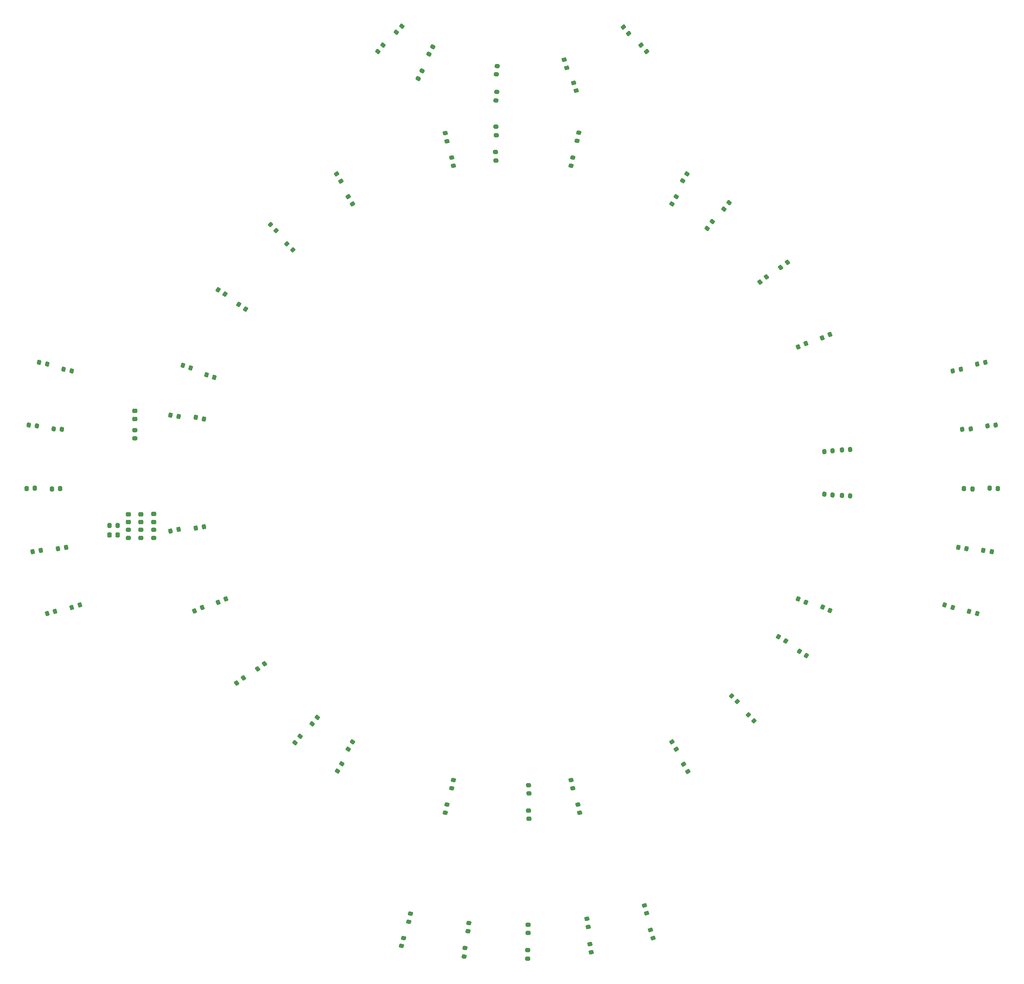
<source format=gbr>
%TF.GenerationSoftware,KiCad,Pcbnew,8.0.3*%
%TF.CreationDate,2024-10-15T17:05:12+09:00*%
%TF.ProjectId,Line-20240325,4c696e65-2d32-4303-9234-303332352e6b,rev?*%
%TF.SameCoordinates,Original*%
%TF.FileFunction,Paste,Bot*%
%TF.FilePolarity,Positive*%
%FSLAX46Y46*%
G04 Gerber Fmt 4.6, Leading zero omitted, Abs format (unit mm)*
G04 Created by KiCad (PCBNEW 8.0.3) date 2024-10-15 17:05:12*
%MOMM*%
%LPD*%
G01*
G04 APERTURE LIST*
G04 Aperture macros list*
%AMRoundRect*
0 Rectangle with rounded corners*
0 $1 Rounding radius*
0 $2 $3 $4 $5 $6 $7 $8 $9 X,Y pos of 4 corners*
0 Add a 4 corners polygon primitive as box body*
4,1,4,$2,$3,$4,$5,$6,$7,$8,$9,$2,$3,0*
0 Add four circle primitives for the rounded corners*
1,1,$1+$1,$2,$3*
1,1,$1+$1,$4,$5*
1,1,$1+$1,$6,$7*
1,1,$1+$1,$8,$9*
0 Add four rect primitives between the rounded corners*
20,1,$1+$1,$2,$3,$4,$5,0*
20,1,$1+$1,$4,$5,$6,$7,0*
20,1,$1+$1,$6,$7,$8,$9,0*
20,1,$1+$1,$8,$9,$2,$3,0*%
G04 Aperture macros list end*
%ADD10RoundRect,0.200000X-0.339001X-0.026517X-0.079222X-0.330679X0.339001X0.026517X0.079222X0.330679X0*%
%ADD11RoundRect,0.200000X-0.151072X-0.304635X0.243268X-0.237583X0.151072X0.304635X-0.243268X0.237583X0*%
%ADD12RoundRect,0.200000X-0.304238X0.151869X-0.238219X-0.242645X0.304238X-0.151869X0.238219X0.242645X0*%
%ADD13RoundRect,0.200000X0.315003X0.128054X-0.024770X0.339133X-0.315003X-0.128054X0.024770X-0.339133X0*%
%ADD14RoundRect,0.200000X0.339001X0.026517X0.079222X0.330679X-0.339001X-0.026517X-0.079222X-0.330679X0*%
%ADD15RoundRect,0.200000X0.073466X0.332006X-0.293218X0.172186X-0.073466X-0.332006X0.293218X-0.172186X0*%
%ADD16RoundRect,0.200000X0.225437X0.254565X-0.172722X0.292903X-0.225437X-0.254565X0.172722X-0.292903X0*%
%ADD17RoundRect,0.200000X0.171954X0.293354X-0.226102X0.253974X-0.171954X-0.293354X0.226102X-0.253974X0*%
%ADD18RoundRect,0.200000X0.336499X0.048926X0.057132X0.335203X-0.336499X-0.048926X-0.057132X-0.335203X0*%
%ADD19RoundRect,0.200000X-0.172722X-0.292903X0.225437X-0.254565X0.172722X0.292903X-0.225437X0.254565X0*%
%ADD20RoundRect,0.200000X-0.257318X-0.222289X0.132193X-0.313289X0.257318X0.222289X-0.132193X0.313289X0*%
%ADD21RoundRect,0.200000X0.180632X0.288092X-0.218423X0.260608X-0.180632X-0.288092X0.218423X-0.260608X0*%
%ADD22RoundRect,0.200000X-0.315115X-0.127780X0.024474X-0.339155X0.315115X0.127780X-0.024474X0.339155X0*%
%ADD23RoundRect,0.200000X-0.089284X0.328106X-0.339653X0.016152X0.089284X-0.328106X0.339653X-0.016152X0*%
%ADD24RoundRect,0.200000X0.314476X0.129343X-0.026158X0.339029X-0.314476X-0.129343X0.026158X-0.339029X0*%
%ADD25RoundRect,0.200000X-0.152665X-0.303839X0.242021X-0.238853X0.152665X0.303839X-0.242021X0.238853X0*%
%ADD26RoundRect,0.200000X0.338564X-0.031617X0.134393X0.312352X-0.338564X0.031617X-0.134393X-0.312352X0*%
%ADD27RoundRect,0.200000X0.110859X0.321458X-0.271663X0.204509X-0.110859X-0.321458X0.271663X-0.204509X0*%
%ADD28RoundRect,0.200000X-0.338398X0.033343X-0.135985X-0.311662X0.338398X-0.033343X0.135985X0.311662X0*%
%ADD29RoundRect,0.200000X0.231351X-0.249202X0.308360X0.143315X-0.231351X0.249202X-0.308360X-0.143315X0*%
%ADD30RoundRect,0.200000X0.275000X-0.200000X0.275000X0.200000X-0.275000X0.200000X-0.275000X-0.200000X0*%
%ADD31RoundRect,0.200000X0.323344X-0.105232X0.199737X0.275191X-0.323344X0.105232X-0.199737X-0.275191X0*%
%ADD32RoundRect,0.200000X-0.232453X0.248175X-0.307722X-0.144680X0.232453X-0.248175X0.307722X0.144680X0*%
%ADD33RoundRect,0.200000X0.009423X-0.339906X0.326274X-0.095763X-0.009423X0.339906X-0.326274X0.095763X0*%
%ADD34RoundRect,0.200000X-0.154229X0.303049X-0.335825X-0.053354X0.154229X-0.303049X0.335825X0.053354X0*%
%ADD35RoundRect,0.200000X0.285090X-0.185334X0.264156X0.214118X-0.285090X0.185334X-0.264156X-0.214118X0*%
%ADD36RoundRect,0.200000X-0.281812X0.190281X-0.267853X-0.209476X0.281812X-0.190281X0.267853X0.209476X0*%
%ADD37RoundRect,0.200000X-0.218346X-0.260672X0.180717X-0.288039X0.218346X0.260672X-0.180717X0.288039X0*%
%ADD38RoundRect,0.225000X-0.225000X-0.250000X0.225000X-0.250000X0.225000X0.250000X-0.225000X0.250000X0*%
%ADD39RoundRect,0.200000X0.132193X0.313289X-0.257318X0.222289X-0.132193X-0.313289X0.257318X-0.222289X0*%
%ADD40RoundRect,0.200000X-0.271663X-0.204509X0.110859X-0.321458X0.271663X0.204509X-0.110859X0.321458X0*%
%ADD41RoundRect,0.200000X0.079222X-0.330679X0.339001X-0.026517X-0.079222X0.330679X-0.339001X0.026517X0*%
%ADD42RoundRect,0.200000X0.336292X0.050326X0.055737X0.335438X-0.336292X-0.050326X-0.055737X-0.335438X0*%
%ADD43RoundRect,0.200000X0.281313X-0.191018X0.268400X0.208774X-0.281313X0.191018X-0.268400X-0.208774X0*%
%ADD44RoundRect,0.200000X-0.073756X-0.331941X0.293068X-0.172442X0.073756X0.331941X-0.293068X0.172442X0*%
%ADD45RoundRect,0.200000X0.151869X0.304238X-0.242645X0.238219X-0.151869X-0.304238X0.242645X-0.238219X0*%
%ADD46RoundRect,0.200000X-0.134393X0.312352X-0.338564X-0.031617X0.134393X-0.312352X0.338564X0.031617X0*%
%ADD47RoundRect,0.200000X0.088997X-0.328184X0.339639X-0.016448X-0.088997X0.328184X-0.339639X0.016448X0*%
%ADD48RoundRect,0.200000X0.154229X-0.303049X0.335825X0.053354X-0.154229X0.303049X-0.335825X-0.053354X0*%
%ADD49RoundRect,0.218750X-0.256250X0.218750X-0.256250X-0.218750X0.256250X-0.218750X0.256250X0.218750X0*%
%ADD50RoundRect,0.200000X0.256736X0.222962X-0.133012X0.312942X-0.256736X-0.222962X0.133012X-0.312942X0*%
%ADD51RoundRect,0.200000X-0.285090X0.185334X-0.264156X-0.214118X0.285090X-0.185334X0.264156X0.214118X0*%
%ADD52RoundRect,0.200000X0.007849X-0.339946X0.325827X-0.097273X-0.007849X0.339946X-0.325827X0.097273X0*%
%ADD53RoundRect,0.200000X0.258460X-0.220960X0.289844X0.177807X-0.258460X0.220960X-0.289844X-0.177807X0*%
%ADD54RoundRect,0.200000X-0.209476X-0.267853X0.190281X-0.281812X0.209476X0.267853X-0.190281X0.281812X0*%
%ADD55RoundRect,0.200000X0.134393X-0.312352X0.338564X0.031617X-0.134393X0.312352X-0.338564X-0.031617X0*%
%ADD56RoundRect,0.200000X0.190281X0.281812X-0.209476X0.267853X-0.190281X-0.281812X0.209476X-0.267853X0*%
%ADD57RoundRect,0.200000X-0.079222X0.330679X-0.339001X0.026517X0.079222X-0.330679X0.339001X-0.026517X0*%
%ADD58RoundRect,0.200000X-0.254565X0.225437X-0.292903X-0.172722X0.254565X-0.225437X0.292903X0.172722X0*%
%ADD59RoundRect,0.200000X0.284279X-0.186576X0.265088X0.212964X-0.284279X0.186576X-0.265088X-0.212964X0*%
%ADD60RoundRect,0.200000X-0.307722X0.144680X-0.232453X-0.248175X0.307722X-0.144680X0.232453X0.248175X0*%
%ADD61RoundRect,0.200000X-0.338564X0.031617X-0.134393X-0.312352X0.338564X-0.031617X0.134393X0.312352X0*%
%ADD62RoundRect,0.200000X0.138428X-0.310584X0.338126X0.036000X-0.138428X0.310584X-0.338126X-0.036000X0*%
%ADD63RoundRect,0.200000X0.242021X0.238853X-0.152665X0.303839X-0.242021X-0.238853X0.152665X-0.303839X0*%
%ADD64RoundRect,0.200000X-0.180717X-0.288039X0.218346X-0.260672X0.180717X0.288039X-0.218346X0.260672X0*%
%ADD65RoundRect,0.200000X-0.242645X-0.238219X0.151869X-0.304238X0.242645X0.238219X-0.151869X0.304238X0*%
%ADD66RoundRect,0.200000X-0.314476X-0.129343X0.026158X-0.339029X0.314476X0.129343X-0.026158X0.339029X0*%
%ADD67RoundRect,0.200000X0.072195X0.332284X-0.293875X0.171063X-0.072195X-0.332284X0.293875X-0.171063X0*%
%ADD68RoundRect,0.200000X-0.284116X0.186824X-0.265273X-0.212732X0.284116X-0.186824X0.265273X0.212732X0*%
%ADD69RoundRect,0.200000X0.232453X-0.248175X0.307722X0.144680X-0.232453X0.248175X-0.307722X-0.144680X0*%
%ADD70RoundRect,0.200000X0.321167X-0.111700X0.205220X0.271127X-0.321167X0.111700X-0.205220X-0.271127X0*%
%ADD71RoundRect,0.200000X-0.136528X0.311424X-0.338339X-0.033934X0.136528X-0.311424X0.338339X0.033934X0*%
%ADD72RoundRect,0.200000X0.303839X-0.152665X0.238853X0.242021X-0.303839X0.152665X-0.238853X-0.242021X0*%
%ADD73RoundRect,0.200000X0.338427X-0.033048X0.135712X0.311781X-0.338427X0.033048X-0.135712X-0.311781X0*%
%ADD74RoundRect,0.200000X0.090494X-0.327774X0.339710X-0.014898X-0.090494X0.327774X-0.339710X0.014898X0*%
%ADD75RoundRect,0.200000X-0.008145X0.339939X-0.325911X0.096989X0.008145X-0.339939X0.325911X-0.096989X0*%
%ADD76RoundRect,0.200000X-0.336541X-0.048632X-0.057425X-0.335153X0.336541X0.048632X0.057425X0.335153X0*%
%ADD77RoundRect,0.200000X-0.308485X0.143046X-0.231134X-0.249404X0.308485X-0.143046X0.231134X0.249404X0*%
%ADD78RoundRect,0.200000X0.308610X-0.142777X0.230916X0.249605X-0.308610X0.142777X-0.230916X-0.249605X0*%
%ADD79RoundRect,0.200000X0.292767X0.172953X-0.074335X0.331812X-0.292767X-0.172953X0.074335X-0.331812X0*%
%ADD80RoundRect,0.200000X-0.009423X0.339906X-0.326274X0.095763X0.009423X-0.339906X0.326274X-0.095763X0*%
%ADD81RoundRect,0.200000X-0.226102X-0.253974X0.171954X-0.293354X0.226102X0.253974X-0.171954X0.293354X0*%
%ADD82RoundRect,0.200000X0.274384X0.200844X-0.106533X0.322917X-0.274384X-0.200844X0.106533X-0.322917X0*%
%ADD83RoundRect,0.200000X-0.191018X-0.281313X0.208774X-0.268400X0.191018X0.281313X-0.208774X0.268400X0*%
%ADD84RoundRect,0.200000X0.307722X-0.144680X0.232453X0.248175X-0.307722X0.144680X-0.232453X-0.248175X0*%
%ADD85RoundRect,0.200000X-0.243061X-0.237795X0.151338X-0.304503X0.243061X0.237795X-0.151338X0.304503X0*%
%ADD86RoundRect,0.200000X-0.111700X-0.321167X0.271127X-0.205220X0.111700X0.321167X-0.271127X0.205220X0*%
%ADD87RoundRect,0.200000X0.208774X0.268400X-0.191018X0.281313X-0.208774X-0.268400X0.191018X-0.281313X0*%
%ADD88RoundRect,0.200000X0.253974X-0.226102X0.293354X0.171954X-0.253974X0.226102X-0.293354X-0.171954X0*%
%ADD89RoundRect,0.200000X0.149618X0.305351X-0.244398X0.236421X-0.149618X-0.305351X0.244398X-0.236421X0*%
%ADD90RoundRect,0.200000X-0.072195X-0.332284X0.293875X-0.171063X0.072195X0.332284X-0.293875X0.171063X0*%
%ADD91RoundRect,0.200000X-0.222962X0.256736X-0.312942X-0.133012X0.222962X-0.256736X0.312942X0.133012X0*%
%ADD92RoundRect,0.200000X-0.275365X-0.199497X0.104949X-0.323436X0.275365X0.199497X-0.104949X0.323436X0*%
%ADD93RoundRect,0.200000X-0.231568X0.249000X-0.308235X-0.143584X0.231568X-0.249000X0.308235X0.143584X0*%
%ADD94RoundRect,0.200000X-0.133012X-0.312942X0.256736X-0.222962X0.133012X0.312942X-0.256736X0.222962X0*%
%ADD95RoundRect,0.200000X0.222289X-0.257318X0.313289X0.132193X-0.222289X0.257318X-0.313289X-0.132193X0*%
%ADD96RoundRect,0.200000X0.271127X0.205220X-0.111700X0.321167X-0.271127X-0.205220X0.111700X-0.321167X0*%
%ADD97RoundRect,0.200000X-0.258460X0.220960X-0.289844X-0.177807X0.258460X-0.220960X0.289844X0.177807X0*%
%ADD98RoundRect,0.200000X-0.293875X-0.171063X0.072195X-0.332284X0.293875X0.171063X-0.072195X0.332284X0*%
%ADD99RoundRect,0.200000X-0.200000X-0.275000X0.200000X-0.275000X0.200000X0.275000X-0.200000X0.275000X0*%
%ADD100RoundRect,0.200000X-0.321458X0.110859X-0.204509X-0.271663X0.321458X-0.110859X0.204509X0.271663X0*%
%ADD101RoundRect,0.200000X-0.336292X-0.050326X-0.055737X-0.335438X0.336292X0.050326X0.055737X0.335438X0*%
%ADD102RoundRect,0.200000X-0.323344X0.105232X-0.199737X-0.275191X0.323344X-0.105232X0.199737X0.275191X0*%
%ADD103RoundRect,0.200000X0.218332X0.260684X-0.180732X0.288029X-0.218332X-0.260684X0.180732X-0.288029X0*%
%ADD104RoundRect,0.200000X0.244398X0.236421X-0.149618X0.305351X-0.244398X-0.236421X0.149618X-0.305351X0*%
%ADD105RoundRect,0.200000X-0.090494X0.327774X-0.339710X0.014898X0.090494X-0.327774X0.339710X-0.014898X0*%
G04 APERTURE END LIST*
D10*
%TO.C,R73*%
X21914205Y87877335D03*
X22985795Y86622665D03*
%TD*%
D11*
%TO.C,R54*%
X-67358210Y-11453260D03*
X-65731558Y-11176672D03*
%TD*%
D12*
%TO.C,R40*%
X14718120Y-87952019D03*
X14990450Y-89579389D03*
%TD*%
D13*
%TO.C,R64*%
X58037477Y-36054915D03*
X56635913Y-35184215D03*
%TD*%
D14*
%TO.C,R27*%
X26512887Y83127997D03*
X25441297Y84382667D03*
%TD*%
D15*
%TO.C,R68*%
X62634330Y27299199D03*
X61121756Y26639943D03*
%TD*%
D16*
%TO.C,R33*%
X-88764456Y8547045D03*
X-90406860Y8705191D03*
%TD*%
D17*
%TO.C,R91*%
X95359469Y9434101D03*
X93717485Y9271657D03*
%TD*%
D18*
%TO.C,R63*%
X47719225Y-48899707D03*
X46566839Y-47718813D03*
%TD*%
D19*
%TO.C,R45*%
X88764456Y8547045D03*
X90406860Y8705191D03*
%TD*%
D20*
%TO.C,R78*%
X-93312259Y21800299D03*
X-91705525Y21424925D03*
%TD*%
D21*
%TO.C,R67*%
X66667062Y4591665D03*
X65020962Y4478291D03*
%TD*%
D22*
%TO.C,R51*%
X-58005991Y36105550D03*
X-56605187Y35233626D03*
%TD*%
D23*
%TO.C,R70*%
X42766221Y53285608D03*
X41733447Y51998798D03*
%TD*%
D24*
%TO.C,R5*%
X-52522668Y32331409D03*
X-53927786Y33196363D03*
%TD*%
D25*
%TO.C,R81*%
X-94551899Y-15568205D03*
X-92923821Y-15300137D03*
%TD*%
D26*
%TO.C,R3*%
X-31481702Y53036091D03*
X-32323910Y54454959D03*
%TD*%
D27*
%TO.C,R36*%
X-85278477Y-26072248D03*
X-86856379Y-26554658D03*
%TD*%
D28*
%TO.C,R49*%
X-34574757Y58931247D03*
X-33739801Y57508099D03*
%TD*%
D29*
%TO.C,R59*%
X-13154064Y-67046821D03*
X-12836402Y-65427689D03*
%TD*%
D30*
%TO.C,R95*%
X-70700000Y-12850000D03*
X-70700000Y-11200000D03*
%TD*%
D31*
%TO.C,R28*%
X12614789Y75344687D03*
X12104911Y76913931D03*
%TD*%
D32*
%TO.C,R13*%
X-11606630Y-60572761D03*
X-11917114Y-62193285D03*
%TD*%
D33*
%TO.C,R23*%
X48853269Y37644296D03*
X50160277Y38651386D03*
%TD*%
D34*
%TO.C,R76*%
X-15675458Y84035080D03*
X-16424542Y82564920D03*
%TD*%
D35*
%TO.C,R1*%
X-3228910Y61590952D03*
X-3315264Y63238690D03*
%TD*%
D36*
%TO.C,R39*%
X3112163Y-89120677D03*
X3169747Y-90769671D03*
%TD*%
D37*
%TO.C,R20*%
X61529393Y-4219151D03*
X63175527Y-4332039D03*
%TD*%
D38*
%TO.C,C5*%
X-79375000Y-12250000D03*
X-77825000Y-12250000D03*
%TD*%
D39*
%TO.C,R92*%
X93312259Y21800299D03*
X91705525Y21424925D03*
%TD*%
D40*
%TO.C,R42*%
X85278477Y-26072248D03*
X86856379Y-26554658D03*
%TD*%
D30*
%TO.C,R94*%
X-73200000Y-12850000D03*
X-73200000Y-11200000D03*
%TD*%
D41*
%TO.C,R31*%
X-26514546Y83127996D03*
X-25442956Y84382666D03*
%TD*%
D42*
%TO.C,R4*%
X-43259188Y43961168D03*
X-44416478Y45137254D03*
%TD*%
D43*
%TO.C,R85*%
X3093516Y-95775053D03*
X3040250Y-94125913D03*
%TD*%
D44*
%TO.C,R55*%
X-62658130Y-27244530D03*
X-61144980Y-26586594D03*
%TD*%
D45*
%TO.C,R35*%
X-87952019Y-14718120D03*
X-89579389Y-14990450D03*
%TD*%
D46*
%TO.C,R12*%
X-31481647Y-53035029D03*
X-32323855Y-54453897D03*
%TD*%
D47*
%TO.C,R57*%
X-42812705Y-53248267D03*
X-41778809Y-51962359D03*
%TD*%
D48*
%TO.C,R30*%
X-18534992Y77796228D03*
X-17785908Y79266388D03*
%TD*%
D49*
%TO.C,D50*%
X-74400000Y12200000D03*
X-74400000Y10625000D03*
%TD*%
D50*
%TO.C,R32*%
X-86889449Y20060011D03*
X-88497163Y20431179D03*
%TD*%
D51*
%TO.C,R14*%
X3226731Y-61590002D03*
X3313085Y-63237740D03*
%TD*%
D52*
%TO.C,R56*%
X-54314573Y-41451572D03*
X-53002915Y-40450546D03*
%TD*%
D53*
%TO.C,R29*%
X-3203922Y73472420D03*
X-3074464Y75117334D03*
%TD*%
D54*
%TO.C,R44*%
X89120677Y-3112163D03*
X90769671Y-3169747D03*
%TD*%
D55*
%TO.C,R25*%
X31479560Y53036095D03*
X32321766Y54454965D03*
%TD*%
D56*
%TO.C,R34*%
X-89120677Y-3112163D03*
X-90769671Y-3169747D03*
%TD*%
D57*
%TO.C,R77*%
X-21764205Y88127335D03*
X-22835795Y86872665D03*
%TD*%
D58*
%TO.C,R38*%
X-8547045Y-88764456D03*
X-8705191Y-90406860D03*
%TD*%
D59*
%TO.C,R60*%
X3278106Y-68246316D03*
X3198942Y-66598216D03*
%TD*%
D60*
%TO.C,R15*%
X11604485Y-60572757D03*
X11914969Y-62193281D03*
%TD*%
D61*
%TO.C,R16*%
X31479522Y-53035141D03*
X32321730Y-54454009D03*
%TD*%
D62*
%TO.C,R58*%
X-34461876Y-58814831D03*
X-33638124Y-57385169D03*
%TD*%
D63*
%TO.C,R89*%
X94551899Y-15568205D03*
X92923821Y-15300137D03*
%TD*%
D64*
%TO.C,R21*%
X61529428Y4220104D03*
X63175562Y4332992D03*
%TD*%
D65*
%TO.C,R43*%
X87952019Y-14718120D03*
X89579389Y-14990450D03*
%TD*%
D66*
%TO.C,R18*%
X52520489Y-32330460D03*
X53925607Y-33195414D03*
%TD*%
D67*
%TO.C,R9*%
X-56444586Y-24857873D03*
X-57954624Y-25522911D03*
%TD*%
D49*
%TO.C,D48*%
X-73200000Y-8162500D03*
X-73200000Y-9737500D03*
%TD*%
D68*
%TO.C,R47*%
X-3218548Y68249151D03*
X-3140822Y66600983D03*
%TD*%
D69*
%TO.C,R26*%
X11604452Y60573712D03*
X11914936Y62194236D03*
%TD*%
D70*
%TO.C,R87*%
X27776515Y-91710936D03*
X27298235Y-90131776D03*
%TD*%
D71*
%TO.C,R71*%
X34471850Y58991501D03*
X33639380Y57566899D03*
%TD*%
D72*
%TO.C,R86*%
X15568205Y-94551899D03*
X15300137Y-92923821D03*
%TD*%
D73*
%TO.C,R62*%
X34626171Y-58901052D03*
X33789973Y-57478634D03*
%TD*%
D74*
%TO.C,R24*%
X38424894Y48242050D03*
X39452910Y49532660D03*
%TD*%
D75*
%TO.C,R69*%
X54278379Y41498954D03*
X52967595Y40496784D03*
%TD*%
D30*
%TO.C,R93*%
X-75700000Y-12850000D03*
X-75700000Y-11200000D03*
%TD*%
D76*
%TO.C,R50*%
X-47676533Y48941330D03*
X-46525179Y47759432D03*
%TD*%
D77*
%TO.C,R48*%
X-13212568Y67035317D03*
X-12893494Y65416461D03*
%TD*%
D78*
%TO.C,R61*%
X13271062Y-67023761D03*
X12950576Y-65405185D03*
%TD*%
D79*
%TO.C,R65*%
X62705585Y-27135130D03*
X61191289Y-26479836D03*
%TD*%
D80*
%TO.C,R10*%
X-48855446Y-37643347D03*
X-50162454Y-38650437D03*
%TD*%
D81*
%TO.C,R79*%
X-95359469Y9434101D03*
X-93717485Y9271657D03*
%TD*%
D82*
%TO.C,R6*%
X-58733786Y18822694D03*
X-60305070Y19326248D03*
%TD*%
D83*
%TO.C,R80*%
X-95775053Y-3093516D03*
X-94125913Y-3040250D03*
%TD*%
D84*
%TO.C,R2*%
X-11606594Y60573716D03*
X-11917078Y62194240D03*
%TD*%
D85*
%TO.C,R53*%
X-67368180Y11394474D03*
X-65741286Y11119306D03*
%TD*%
D86*
%TO.C,R82*%
X-91710936Y-27776515D03*
X-90131776Y-27298235D03*
%TD*%
D87*
%TO.C,R90*%
X95775053Y-3093516D03*
X94125913Y-3040250D03*
%TD*%
D88*
%TO.C,R84*%
X-9434101Y-95359469D03*
X-9271657Y-93717485D03*
%TD*%
D89*
%TO.C,R8*%
X-60753431Y-10627721D03*
X-62378747Y-10912059D03*
%TD*%
D90*
%TO.C,R22*%
X56442407Y24858823D03*
X57952445Y25523861D03*
%TD*%
D91*
%TO.C,R37*%
X-20060011Y-86889449D03*
X-20431179Y-88497163D03*
%TD*%
D92*
%TO.C,R52*%
X-64962487Y21170285D03*
X-63393689Y20659037D03*
%TD*%
D93*
%TO.C,R72*%
X13095549Y67058275D03*
X12779301Y65438865D03*
%TD*%
D30*
%TO.C,R96*%
X-74400000Y6787500D03*
X-74400000Y8437500D03*
%TD*%
D94*
%TO.C,R46*%
X86889452Y20060010D03*
X88497160Y20431180D03*
%TD*%
D95*
%TO.C,R83*%
X-21800299Y-93312259D03*
X-21424925Y-91705525D03*
%TD*%
D96*
%TO.C,R88*%
X91710936Y-27776515D03*
X90131776Y-27298235D03*
%TD*%
D97*
%TO.C,R75*%
X-2985271Y80222457D03*
X-3114729Y78577543D03*
%TD*%
D49*
%TO.C,D47*%
X-75700000Y-8162500D03*
X-75700000Y-9737500D03*
%TD*%
%TO.C,D49*%
X-70700000Y-8137500D03*
X-70700000Y-9712500D03*
%TD*%
D98*
%TO.C,R19*%
X56442440Y-24857869D03*
X57952480Y-25522909D03*
%TD*%
D99*
%TO.C,R97*%
X-79425000Y-10350000D03*
X-77775000Y-10350000D03*
%TD*%
D100*
%TO.C,R41*%
X26072248Y-85278477D03*
X26554658Y-86856379D03*
%TD*%
D101*
%TO.C,R17*%
X43257008Y-43960218D03*
X44414298Y-45136304D03*
%TD*%
D102*
%TO.C,R74*%
X10295061Y81484622D03*
X10804939Y79915378D03*
%TD*%
D103*
%TO.C,R66*%
X66668661Y-4568394D03*
X65022521Y-4455594D03*
%TD*%
D104*
%TO.C,R7*%
X-60753396Y10628676D03*
X-62378712Y10913014D03*
%TD*%
D105*
%TO.C,R11*%
X-38427072Y-48241100D03*
X-39455088Y-49531710D03*
%TD*%
M02*

</source>
